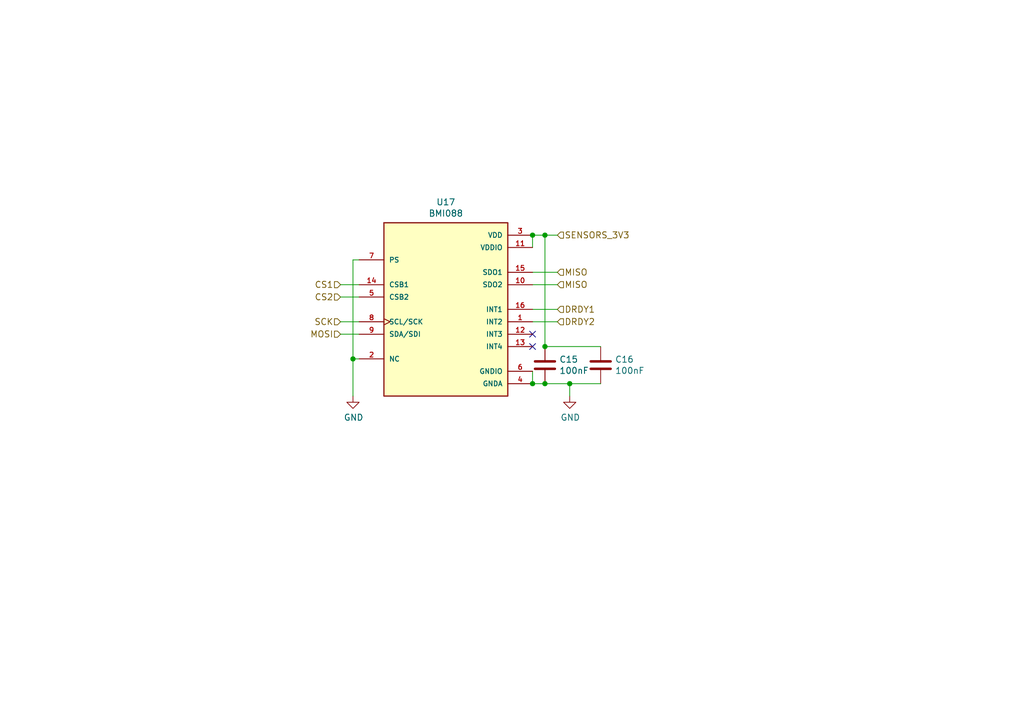
<source format=kicad_sch>
(kicad_sch (version 20211123) (generator eeschema)
  (paper "A5")
  (lib_symbols
    (symbol "BMI088:BMI088" (pin_names (offset 1.016))
      (property "Reference" "U" (at -12.7 18.415 0))
      (property "Value" "BMI088" (at -12.7 -20.32 0))
      (symbol "BMI088_0_0"
        (rectangle (start -12.7 -17.78) (end 12.7 17.78) (stroke (width 0.254)) (fill (type background)))
        (pin bidirectional line (at 17.78 -2.54 180) (length 5.08) (name "INT2") (number "1"))
        (pin output line (at 17.78 5.08 180) (length 5.08) (name "SDO2") (number "10"))
        (pin power_in line (at 17.78 12.7 180) (length 5.08) (name "VDDIO") (number "11"))
        (pin bidirectional line (at 17.78 -5.08 180) (length 5.08) (name "INT3") (number "12"))
        (pin bidirectional line (at 17.78 -7.62 180) (length 5.08) (name "INT4") (number "13"))
        (pin input line (at -17.78 5.08 0) (length 5.08) (name "CSB1") (number "14"))
        (pin output line (at 17.78 7.62 180) (length 5.08) (name "SDO1") (number "15"))
        (pin bidirectional line (at 17.78 0 180) (length 5.08) (name "INT1") (number "16"))
        (pin passive line (at -17.78 -10.16 0) (length 5.08) (name "NC") (number "2"))
        (pin power_in line (at 17.78 15.24 180) (length 5.08) (name "VDD") (number "3"))
        (pin power_in line (at 17.78 -15.24 180) (length 5.08) (name "GNDA") (number "4"))
        (pin input line (at -17.78 2.54 0) (length 5.08) (name "CSB2") (number "5"))
        (pin power_in line (at 17.78 -12.7 180) (length 5.08) (name "GNDIO") (number "6"))
        (pin input line (at -17.78 10.16 0) (length 5.08) (name "PS") (number "7"))
        (pin input clock (at -17.78 -2.54 0) (length 5.08) (name "SCL/SCK") (number "8"))
        (pin bidirectional line (at -17.78 -5.08 0) (length 5.08) (name "SDA/SDI") (number "9"))
      )
    )
    (symbol "Device:C" (pin_numbers hide) (pin_names (offset 0.254))
      (property "Reference" "C" (at 0.635 2.54 0))
      (property "Value" "C" (at 0.635 -2.54 0))
      (symbol "C_0_1"
        (polyline (pts (xy -2.032 -0.762) (xy 2.032 -0.762)) (stroke (width 0.508)))
        (polyline (pts (xy -2.032 0.762) (xy 2.032 0.762)) (stroke (width 0.508)))
      )
      (symbol "C_1_1"
        (pin passive line (at 0 3.81 270) (length 2.794) (name "~") (number "1"))
        (pin passive line (at 0 -3.81 90) (length 2.794) (name "~") (number "2"))
      )
    )
    (symbol "power:GND" (power) (pin_names (offset 0))
      (property "Value" "GND" (at 0 -3.81 0))
      (symbol "GND_0_1"
        (polyline (pts (xy 0 0) (xy 0 -1.27) (xy 1.27 -1.27) (xy 0 -2.54) (xy -1.27 -1.27) (xy 0 -1.27)))
      )
      (symbol "GND_1_1"
        (pin power_in line (at 0 0 270) (length 0) hide (name "GND") (number "1"))
      )
    )
  )
  (junction (at 111.76 78.74))
  (junction (at 109.22 48.26))
  (junction (at 72.39 73.66))
  (junction (at 111.76 48.26))
  (junction (at 109.22 78.74))
  (junction (at 111.76 71.12))
  (junction (at 116.84 78.74))
  (no_connect (at 109.22 71.12))
  (no_connect (at 109.22 68.58))
  (wire (pts (xy 116.84 78.74) (xy 111.76 78.74)))
  (wire (pts (xy 123.19 78.74) (xy 116.84 78.74)))
  (wire (pts (xy 69.85 58.42) (xy 73.66 58.42)))
  (wire (pts (xy 72.39 73.66) (xy 73.66 73.66)))
  (wire (pts (xy 73.66 60.96) (xy 69.85 60.96)))
  (wire (pts (xy 109.22 50.8) (xy 109.22 48.26)))
  (wire (pts (xy 114.3 55.88) (xy 109.22 55.88)))
  (wire (pts (xy 109.22 66.04) (xy 114.3 66.04)))
  (wire (pts (xy 116.84 81.28) (xy 116.84 78.74)))
  (wire (pts (xy 72.39 81.28) (xy 72.39 73.66)))
  (wire (pts (xy 111.76 71.12) (xy 111.76 48.26)))
  (wire (pts (xy 111.76 78.74) (xy 109.22 78.74)))
  (wire (pts (xy 73.66 68.58) (xy 69.85 68.58)))
  (wire (pts (xy 114.3 63.5) (xy 109.22 63.5)))
  (wire (pts (xy 72.39 53.34) (xy 72.39 73.66)))
  (wire (pts (xy 109.22 48.26) (xy 111.76 48.26)))
  (wire (pts (xy 73.66 53.34) (xy 72.39 53.34)))
  (wire (pts (xy 109.22 58.42) (xy 114.3 58.42)))
  (wire (pts (xy 114.3 48.26) (xy 111.76 48.26)))
  (wire (pts (xy 109.22 76.2) (xy 109.22 78.74)))
  (wire (pts (xy 69.85 66.04) (xy 73.66 66.04)))
  (wire (pts (xy 123.19 71.12) (xy 111.76 71.12)))
  (hierarchical_label "DRDY2" (shape input) (at 114.3 66.04 0))
  (hierarchical_label "MISO" (shape input) (at 114.3 55.88 0))
  (hierarchical_label "DRDY1" (shape input) (at 114.3 63.5 0))
  (hierarchical_label "MOSI" (shape input) (at 69.85 68.58 180))
  (hierarchical_label "CS1" (shape input) (at 69.85 58.42 180))
  (hierarchical_label "SCK" (shape input) (at 69.85 66.04 180))
  (hierarchical_label "MISO" (shape input) (at 114.3 58.42 0))
  (hierarchical_label "SENSORS_3V3" (shape input) (at 114.3 48.26 0))
  (hierarchical_label "CS2" (shape input) (at 69.85 60.96 180))
  (symbol (lib_id "power:GND") (at 72.39 81.28 0) (unit 1)
    (property "Reference" "#PWR0149" (effects hide))
    (property "Value" "GND" (at 72.517 85.6742 0))
  )
  (symbol (lib_id "Device:C") (at 123.19 74.93 0) (unit 1)
    (property "Reference" "C16" (at 126.111 73.7616 0) (effects (justify left)))
    (property "Value" "100nF" (at 126.111 76.073 0) (effects (justify left)))
    (property "Footprint" "Capacitor_SMD:C_0402_1005Metric" (effects hide))
    (property "Manufacturer_Part_Number" "CL05B104KB54PNC" (effects hide))
  )
  (symbol (lib_id "BMI088:BMI088") (at 91.44 63.5 0) (unit 1)
    (property "Reference" "U17" (at 91.44 41.4782 0))
    (property "Value" "BMI088" (at 91.44 43.7896 0))
    (property "Footprint" "BMI088:PQFN50P450X300X100-16N" (effects hide))
    (property "MF" "Bosch Sensortec" (effects hide))
    (property "AVAILABILITY" "In Stock" (effects hide))
    (property "DESCRIPTION" "Accelerometer, Gyroscope, 6 Axis Sensor I²C, SPI Output" (effects hide))
    (property "Manufacturer_Part_Number" "BMI088" (effects hide))
    (property "PRICE" "None" (effects hide))
    (property "PACKAGE" "VFLGA-16 Bosch Sensortec" (effects hide))
    (property "PURCHASE-URL" "https://pricing.snapeda.com/search/part/BMI088/?ref=eda" (effects hide))
  )
  (symbol (lib_id "Device:C") (at 111.76 74.93 0) (unit 1)
    (property "Reference" "C15" (at 114.681 73.7616 0) (effects (justify left)))
    (property "Value" "100nF" (at 114.681 76.073 0) (effects (justify left)))
    (property "Footprint" "Capacitor_SMD:C_0402_1005Metric" (effects hide))
    (property "Manufacturer_Part_Number" "CL05B104KB54PNC" (effects hide))
  )
  (symbol (lib_id "power:GND") (at 116.84 81.28 0) (unit 1)
    (property "Reference" "#PWR0120" (effects hide))
    (property "Value" "GND" (at 116.967 85.6742 0))
  )
)
</source>
